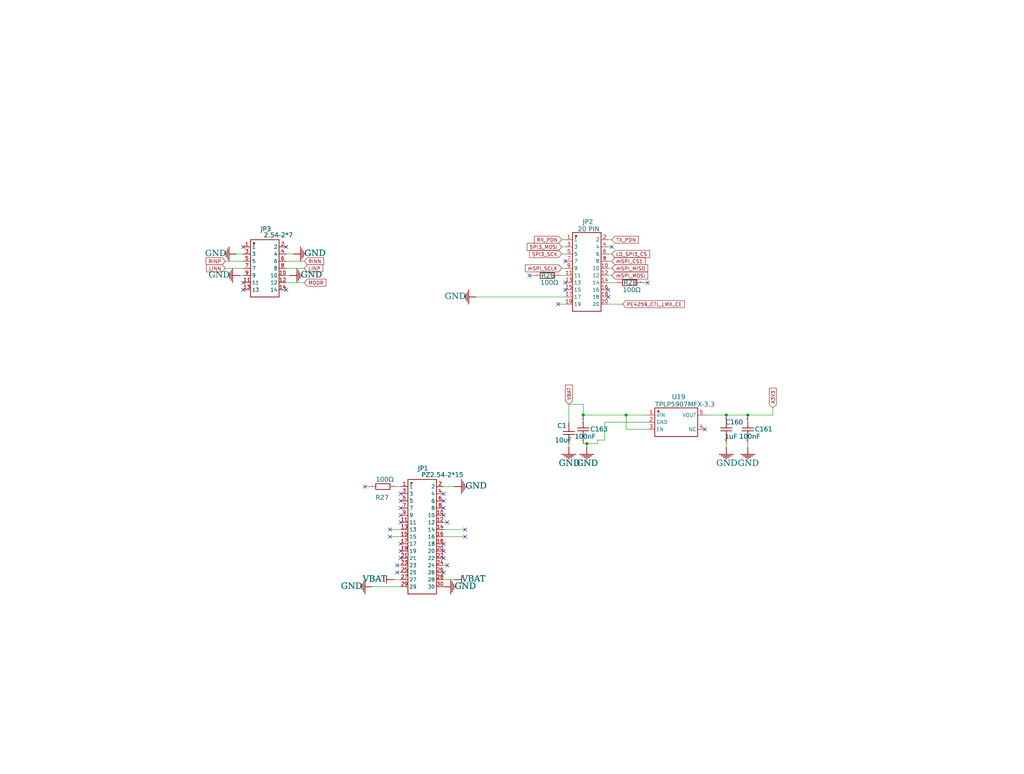
<source format=kicad_sch>
(kicad_sch (version 20231120) (generator "eeschema") (generator_version "8.0")
  (paper "User" 363.474 274.701)
  (lib_symbols
    (symbol "0402WGF1000TCE"
      (property "Reference" "R27" (at -2.159 0.8509 0))
      (property "Value" "100Ω" (at -2.8448 3.4163 0))
      (symbol "0402WGF1000TCE_0_0"
        (rectangle (start -2.54 1.016) (end 2.54 -1.016) (stroke (width 0.254)))
        (pin input line (at -5.08 0 0) (length 2.54) (name "1") (number "1"))
        (pin input line (at 5.08 0 180) (length 2.54) (name "2") (number "2"))
      )
    )
    (symbol "0402WGF1000TCE_1"
      (property "Reference" "R26" (at -2.159 0.8509 0))
      (property "Value" "100Ω" (at -2.8448 -1.6383 0))
      (symbol "0402WGF1000TCE_1_0_0"
        (rectangle (start -2.54 1.016) (end 2.54 -1.016) (stroke (width 0.254)))
        (pin input line (at -5.08 0 0) (length 2.54) (name "1") (number "1"))
        (pin input line (at 5.08 0 180) (length 2.54) (name "2") (number "2"))
      )
    )
    (symbol "0402WGF1000TCE_2"
      (property "Reference" "R28" (at -2.159 0.8509 0))
      (property "Value" "100Ω" (at -2.8448 -1.6891 0))
      (symbol "0402WGF1000TCE_2_0_0"
        (rectangle (start -2.54 1.016) (end 2.54 -1.016) (stroke (width 0.254)))
        (pin input line (at -5.08 0 0) (length 2.54) (name "1") (number "1"))
        (pin input line (at 5.08 0 180) (length 2.54) (name "2") (number "2"))
      )
    )
    (symbol "2.54-2*10"
      (property "Reference" "JP2" (at -1.4224 18.6055 0))
      (property "Value" "20 PIN" (at -3.8608 16.0909 0))
      (symbol "2.54-2*10_0_0"
        (rectangle (start -5.08 13.97) (end 5.08 -13.97) (stroke (width 0.254)))
        (circle (center -3.81 12.7) (radius 0.254) (stroke (width 0.254)) (fill (type outline)))
        (pin unspecified line (at -7.62 11.43 0) (length 2.54) (name "1") (number "1"))
        (pin unspecified line (at 7.62 1.27 180) (length 2.54) (name "10") (number "10"))
        (pin unspecified line (at -7.62 -1.27 0) (length 2.54) (name "11") (number "11"))
        (pin unspecified line (at 7.62 -1.27 180) (length 2.54) (name "12") (number "12"))
        (pin unspecified line (at -7.62 -3.81 0) (length 2.54) (name "13") (number "13"))
        (pin unspecified line (at 7.62 -3.81 180) (length 2.54) (name "14") (number "14"))
        (pin unspecified line (at -7.62 -6.35 0) (length 2.54) (name "15") (number "15"))
        (pin unspecified line (at 7.62 -6.35 180) (length 2.54) (name "16") (number "16"))
        (pin unspecified line (at -7.62 -8.89 0) (length 2.54) (name "17") (number "17"))
        (pin unspecified line (at 7.62 -8.89 180) (length 2.54) (name "18") (number "18"))
        (pin unspecified line (at -7.62 -11.43 0) (length 2.54) (name "19") (number "19"))
        (pin unspecified line (at 7.62 11.43 180) (length 2.54) (name "2") (number "2"))
        (pin unspecified line (at 7.62 -11.43 180) (length 2.54) (name "20") (number "20"))
        (pin unspecified line (at -7.62 8.89 0) (length 2.54) (name "3") (number "3"))
        (pin unspecified line (at 7.62 8.89 180) (length 2.54) (name "4") (number "4"))
        (pin unspecified line (at -7.62 6.35 0) (length 2.54) (name "5") (number "5"))
        (pin unspecified line (at 7.62 6.35 180) (length 2.54) (name "6") (number "6"))
        (pin unspecified line (at -7.62 3.81 0) (length 2.54) (name "7") (number "7"))
        (pin unspecified line (at 7.62 3.81 180) (length 2.54) (name "8") (number "8"))
        (pin unspecified line (at -7.62 1.27 0) (length 2.54) (name "9") (number "9"))
      )
    )
    (symbol "2.54-2*7"
      (property "Reference" "JP3" (at -1.4224 14.7955 0))
      (property "Value" "2.54-2*7" (at -1.4224 12.6873 0))
      (symbol "2.54-2*7_0_0"
        (rectangle (start -5.08 10.16) (end 5.08 -10.16) (stroke (width 0.254)))
        (circle (center -3.81 8.89) (radius 0.254) (stroke (width 0.254)) (fill (type outline)))
        (pin unspecified line (at -7.62 7.62 0) (length 2.54) (name "1") (number "1"))
        (pin unspecified line (at 7.62 -2.54 180) (length 2.54) (name "10") (number "10"))
        (pin unspecified line (at -7.62 -5.08 0) (length 2.54) (name "11") (number "11"))
        (pin unspecified line (at 7.62 -5.08 180) (length 2.54) (name "12") (number "12"))
        (pin unspecified line (at -7.62 -7.62 0) (length 2.54) (name "13") (number "13"))
        (pin unspecified line (at 7.62 -7.62 180) (length 2.54) (name "14") (number "14"))
        (pin unspecified line (at 7.62 7.62 180) (length 2.54) (name "2") (number "2"))
        (pin unspecified line (at -7.62 5.08 0) (length 2.54) (name "3") (number "3"))
        (pin unspecified line (at 7.62 5.08 180) (length 2.54) (name "4") (number "4"))
        (pin unspecified line (at -7.62 2.54 0) (length 2.54) (name "5") (number "5"))
        (pin unspecified line (at 7.62 2.54 180) (length 2.54) (name "6") (number "6"))
        (pin unspecified line (at -7.62 0 0) (length 2.54) (name "7") (number "7"))
        (pin unspecified line (at 7.62 0 180) (length 2.54) (name "8") (number "8"))
        (pin unspecified line (at -7.62 -2.54 0) (length 2.54) (name "9") (number "9"))
      )
    )
    (symbol "CL05A105KA5NQNC"
      (property "Reference" "C160" (at -0.2794 3.3655 0))
      (property "Value" "1uF" (at -0.762 -1.6891 0))
      (symbol "CL05A105KA5NQNC_0_0"
        (polyline (pts (xy -2.032 0.508) (xy 2.032 0.508)) (stroke (width 0.254)))
        (polyline (pts (xy 0 -2.54) (xy 0 -0.508)) (stroke (width 0.254)))
        (polyline (pts (xy 0 0.508) (xy 0 2.54)) (stroke (width 0.254)))
        (polyline (pts (xy 2.032 -0.508) (xy -2.032 -0.508)) (stroke (width 0.254)))
        (pin unspecified line (at 0 5.08 270) (length 2.54) (name "1") (number "1"))
        (pin unspecified line (at 0 -5.08 90) (length 2.54) (name "2") (number "2"))
      )
    )
    (symbol "CL05A106MQ5NUNC"
      (property "Reference" "C1" (at -4.0386 3.3655 0))
      (property "Value" "10uF" (at -5.2324 -1.6891 0))
      (symbol "CL05A106MQ5NUNC_0_0"
        (polyline (pts (xy 0 -0.508) (xy 0 -1.27)) (stroke (width 0.254)))
        (polyline (pts (xy 0 1.27) (xy 0 0.508)) (stroke (width 0.254)))
        (polyline (pts (xy 2.032 -0.508) (xy -2.032 -0.508)) (stroke (width 0.254)))
        (polyline (pts (xy 2.032 0.508) (xy -2.032 0.508)) (stroke (width 0.254)))
        (pin input line (at 0 3.81 270) (length 2.54) (name "1") (number "1"))
        (pin input line (at 0 -3.81 90) (length 2.54) (name "2") (number "2"))
      )
    )
    (symbol "CL05B104KB54PNC"
      (property "Value" "100nF" (at -3.3528 -1.6637 0))
      (symbol "CL05B104KB54PNC_0_0"
        (polyline (pts (xy -2.032 -0.508) (xy 2.032 -0.508)) (stroke (width 0.254)))
        (polyline (pts (xy 0 -0.508) (xy 0 -2.54)) (stroke (width 0.254)))
        (polyline (pts (xy 0 2.54) (xy 0 0.508)) (stroke (width 0.254)))
        (polyline (pts (xy 2.032 0.508) (xy -2.032 0.508)) (stroke (width 0.254)))
        (pin unspecified line (at 0 -5.08 90) (length 2.54) (name "1") (number "1"))
        (pin unspecified line (at 0 5.08 270) (length 2.54) (name "2") (number "2"))
      )
    )
    (symbol "CL05B104KB54PNC_1"
      (property "Value" "100nF" (at -3.3528 -1.6637 0))
      (symbol "CL05B104KB54PNC_1_0_0"
        (polyline (pts (xy -2.032 -0.508) (xy 2.032 -0.508)) (stroke (width 0.254)))
        (polyline (pts (xy 0 -0.508) (xy 0 -2.54)) (stroke (width 0.254)))
        (polyline (pts (xy 0 2.54) (xy 0 0.508)) (stroke (width 0.254)))
        (polyline (pts (xy 2.032 0.508) (xy -2.032 0.508)) (stroke (width 0.254)))
        (pin unspecified line (at 0 -5.08 90) (length 2.54) (name "1") (number "1"))
        (pin unspecified line (at 0 5.08 270) (length 2.54) (name "2") (number "2"))
      )
    )
    (symbol "GND" (power) (pin_numbers hide) (pin_names hide)
      (property "Value" "GND" (at 0 6.35 0))
      (symbol "GND_0_0"
        (polyline (pts (xy -2.54 -2.54) (xy 2.54 -2.54)) (stroke (width 0.254)))
        (polyline (pts (xy -1.778 -3.048) (xy 1.778 -3.048)) (stroke (width 0.254)))
        (polyline (pts (xy -1.016 -3.556) (xy 1.016 -3.556)) (stroke (width 0.254)))
        (polyline (pts (xy -0.254 -4.064) (xy 0.254 -4.064)) (stroke (width 0.254)))
        (polyline (pts (xy 0 0) (xy 0 -2.54)) (stroke (width 0.254)))
        (pin power_in line (at 0 0 270) (length 0) (name "GND") (number "1"))
      )
    )
    (symbol "PZ2.54-2*15"
      (property "Reference" "JP1" (at -1.4986 25.0825 0))
      (property "Value" "PZ2.54-2*15" (at -1.4986 22.8219 0))
      (symbol "PZ2.54-2*15_0_0"
        (rectangle (start -5.08 20.32) (end 5.08 -20.32) (stroke (width 0.254)))
        (circle (center -3.81 19.05) (radius 0.254) (stroke (width 0.254)) (fill (type outline)))
        (pin unspecified line (at -7.62 17.78 0) (length 2.54) (name "1") (number "1"))
        (pin unspecified line (at 7.62 7.62 180) (length 2.54) (name "10") (number "10"))
        (pin unspecified line (at -7.62 5.08 0) (length 2.54) (name "11") (number "11"))
        (pin unspecified line (at 7.62 5.08 180) (length 2.54) (name "12") (number "12"))
        (pin unspecified line (at -7.62 2.54 0) (length 2.54) (name "13") (number "13"))
        (pin unspecified line (at 7.62 2.54 180) (length 2.54) (name "14") (number "14"))
        (pin unspecified line (at -7.62 0 0) (length 2.54) (name "15") (number "15"))
        (pin unspecified line (at 7.62 0 180) (length 2.54) (name "16") (number "16"))
        (pin unspecified line (at -7.62 -2.54 0) (length 2.54) (name "17") (number "17"))
        (pin unspecified line (at 7.62 -2.54 180) (length 2.54) (name "18") (number "18"))
        (pin unspecified line (at -7.62 -5.08 0) (length 2.54) (name "19") (number "19"))
        (pin unspecified line (at 7.62 17.78 180) (length 2.54) (name "2") (number "2"))
        (pin unspecified line (at 7.62 -5.08 180) (length 2.54) (name "20") (number "20"))
        (pin unspecified line (at -7.62 -7.62 0) (length 2.54) (name "21") (number "21"))
        (pin unspecified line (at 7.62 -7.62 180) (length 2.54) (name "22") (number "22"))
        (pin unspecified line (at -7.62 -10.16 0) (length 2.54) (name "23") (number "23"))
        (pin unspecified line (at 7.62 -10.16 180) (length 2.54) (name "24") (number "24"))
        (pin unspecified line (at -7.62 -12.7 0) (length 2.54) (name "25") (number "25"))
        (pin unspecified line (at 7.62 -12.7 180) (length 2.54) (name "26") (number "26"))
        (pin unspecified line (at -7.62 -15.24 0) (length 2.54) (name "27") (number "27"))
        (pin unspecified line (at 7.62 -15.24 180) (length 2.54) (name "28") (number "28"))
        (pin unspecified line (at -7.62 -17.78 0) (length 2.54) (name "29") (number "29"))
        (pin unspecified line (at -7.62 15.24 0) (length 2.54) (name "3") (number "3"))
        (pin unspecified line (at 7.62 -17.78 180) (length 2.54) (name "30") (number "30"))
        (pin unspecified line (at 7.62 15.24 180) (length 2.54) (name "4") (number "4"))
        (pin unspecified line (at -7.62 12.7 0) (length 2.54) (name "5") (number "5"))
        (pin unspecified line (at 7.62 12.7 180) (length 2.54) (name "6") (number "6"))
        (pin unspecified line (at -7.62 10.16 0) (length 2.54) (name "7") (number "7"))
        (pin unspecified line (at 7.62 10.16 180) (length 2.54) (name "8") (number "8"))
        (pin unspecified line (at -7.62 7.62 0) (length 2.54) (name "9") (number "9"))
      )
    )
    (symbol "TPLP5907MFX-3.3"
      (property "Reference" "U19" (at -1.4986 9.8171 0))
      (property "Value" "TPLP5907MFX-3.3" (at -8.8646 7.2009 0))
      (symbol "TPLP5907MFX-3.3_0_0"
        (rectangle (start -7.62 5.08) (end 7.62 -5.08) (stroke (width 0.254)))
        (circle (center -6.35 3.81) (radius 0.254) (stroke (width 0.254)) (fill (type outline)))
        (pin unspecified line (at -10.16 2.54 0) (length 2.54) (name "VIN") (number "1"))
        (pin unspecified line (at -10.16 0 0) (length 2.54) (name "GND") (number "2"))
        (pin unspecified line (at -10.16 -2.54 0) (length 2.54) (name "EN") (number "3"))
        (pin unspecified line (at 10.16 -2.54 180) (length 2.54) (name "NC") (number "4"))
        (pin unspecified line (at 10.16 2.54 180) (length 2.54) (name "VOUT") (number "5"))
      )
    )
    (symbol "VBAT" (power) (pin_numbers hide) (pin_names hide)
      (property "Value" "VBAT" (at 0 3.81 0))
      (symbol "VBAT_0_0"
        (polyline (pts (xy -1.27 -2.54) (xy 1.27 -2.54)) (stroke (width 0.254)))
        (polyline (pts (xy 0 0) (xy 0 -2.54)) (stroke (width 0.254)))
        (pin power_in line (at 0 0 270) (length 0) (name "VBAT") (number "1"))
      )
    )
  )
  (junction (at 222.25 147.32))
  (junction (at 208.28 157.48))
  (junction (at 265.43 147.32))
  (junction (at 257.81 147.32))
  (junction (at 207.01 147.32))
  (no_connect (at 157.48 182.88))
  (no_connect (at 129.54 172.72))
  (no_connect (at 157.48 198.12))
  (no_connect (at 158.75 200.66))
  (no_connect (at 138.43 187.96))
  (no_connect (at 198.12 107.95))
  (no_connect (at 86.36 87.63))
  (no_connect (at 157.48 203.2))
  (no_connect (at 142.24 180.34))
  (no_connect (at 142.24 182.88))
  (no_connect (at 165.1 187.96))
  (no_connect (at 142.24 198.12))
  (no_connect (at 250.19 152.4))
  (no_connect (at 217.17 87.63))
  (no_connect (at 86.36 100.33))
  (no_connect (at 215.9 105.41))
  (no_connect (at 140.97 200.66))
  (no_connect (at 157.48 177.8))
  (no_connect (at 187.96 97.79))
  (no_connect (at 101.6 87.63))
  (no_connect (at 142.24 195.58))
  (no_connect (at 200.66 102.87))
  (no_connect (at 86.36 102.87))
  (no_connect (at 229.87 100.33))
  (no_connect (at 215.9 102.87))
  (no_connect (at 142.24 185.42))
  (no_connect (at 157.48 195.58))
  (no_connect (at 157.48 175.26))
  (no_connect (at 158.75 185.42))
  (no_connect (at 157.48 180.34))
  (no_connect (at 142.24 193.04))
  (no_connect (at 142.24 175.26))
  (no_connect (at 140.97 203.2))
  (no_connect (at 157.48 193.04))
  (no_connect (at 200.66 100.33))
  (no_connect (at 101.6 102.87))
  (no_connect (at 138.43 190.5))
  (no_connect (at 165.1 190.5))
  (no_connect (at 142.24 177.8))
  (no_connect (at 200.66 92.71))
  (wire (pts (xy 138.43 187.96) (xy 142.24 187.96)))
  (wire (pts (xy 104.14 90.17) (xy 101.6 90.17)))
  (wire (pts (xy 217.17 92.71) (xy 215.9 92.71)))
  (wire (pts (xy 218.44 100.33) (xy 215.9 100.33)))
  (wire (pts (xy 257.81 147.32) (xy 265.43 147.32)))
  (wire (pts (xy 132.08 208.28) (xy 142.24 208.28)))
  (wire (pts (xy 199.39 95.25) (xy 200.66 95.25)))
  (wire (pts (xy 140.97 203.2) (xy 142.24 203.2)))
  (wire (pts (xy 250.19 147.32) (xy 257.81 147.32)))
  (wire (pts (xy 161.29 172.72) (xy 157.48 172.72)))
  (wire (pts (xy 102.87 97.79) (xy 101.6 97.79)))
  (wire (pts (xy 107.95 95.25) (xy 101.6 95.25)))
  (wire (pts (xy 207.01 147.32) (xy 207.01 143.51)))
  (wire (pts (xy 217.17 90.17) (xy 215.9 90.17)))
  (wire (pts (xy 187.96 97.79) (xy 189.23 97.79)))
  (wire (pts (xy 139.7 205.74) (xy 142.24 205.74)))
  (wire (pts (xy 214.63 156.21) (xy 214.63 149.86)))
  (wire (pts (xy 161.29 205.74) (xy 157.48 205.74)))
  (wire (pts (xy 208.28 157.48) (xy 207.01 157.48)))
  (wire (pts (xy 80.01 92.71) (xy 86.36 92.71)))
  (wire (pts (xy 229.87 147.32) (xy 222.25 147.32)))
  (wire (pts (xy 83.82 90.17) (xy 86.36 90.17)))
  (wire (pts (xy 201.93 143.51) (xy 201.93 149.86)))
  (wire (pts (xy 257.81 158.75) (xy 257.81 157.48)))
  (wire (pts (xy 165.1 190.5) (xy 157.48 190.5)))
  (wire (pts (xy 207.01 147.32) (xy 222.25 147.32)))
  (wire (pts (xy 265.43 158.75) (xy 265.43 157.48)))
  (wire (pts (xy 107.95 100.33) (xy 101.6 100.33)))
  (wire (pts (xy 129.54 172.72) (xy 130.81 172.72)))
  (wire (pts (xy 217.17 95.25) (xy 215.9 95.25)))
  (wire (pts (xy 198.12 107.95) (xy 200.66 107.95)))
  (wire (pts (xy 107.95 92.71) (xy 101.6 92.71)))
  (wire (pts (xy 217.17 87.63) (xy 215.9 87.63)))
  (wire (pts (xy 265.43 147.32) (xy 274.32 147.32)))
  (wire (pts (xy 140.97 172.72) (xy 142.24 172.72)))
  (wire (pts (xy 229.87 100.33) (xy 228.6 100.33)))
  (wire (pts (xy 158.75 200.66) (xy 157.48 200.66)))
  (wire (pts (xy 80.01 95.25) (xy 86.36 95.25)))
  (wire (pts (xy 217.17 97.79) (xy 215.9 97.79)))
  (wire (pts (xy 199.39 87.63) (xy 200.66 87.63)))
  (wire (pts (xy 214.63 149.86) (xy 229.87 149.86)))
  (wire (pts (xy 222.25 147.32) (xy 222.25 152.4)))
  (wire (pts (xy 199.39 90.17) (xy 200.66 90.17)))
  (wire (pts (xy 158.75 185.42) (xy 157.48 185.42)))
  (wire (pts (xy 212.09 156.21) (xy 214.63 156.21)))
  (wire (pts (xy 274.32 147.32) (xy 274.32 144.78)))
  (wire (pts (xy 168.91 105.41) (xy 200.66 105.41)))
  (wire (pts (xy 217.17 85.09) (xy 215.9 85.09)))
  (wire (pts (xy 199.39 97.79) (xy 200.66 97.79)))
  (wire (pts (xy 201.93 158.75) (xy 201.93 157.48)))
  (wire (pts (xy 208.28 158.75) (xy 208.28 157.48)))
  (wire (pts (xy 140.97 200.66) (xy 142.24 200.66)))
  (wire (pts (xy 220.98 107.95) (xy 215.9 107.95)))
  (wire (pts (xy 207.01 143.51) (xy 201.93 143.51)))
  (wire (pts (xy 212.09 157.48) (xy 212.09 156.21)))
  (wire (pts (xy 138.43 190.5) (xy 142.24 190.5)))
  (wire (pts (xy 85.09 97.79) (xy 86.36 97.79)))
  (wire (pts (xy 165.1 187.96) (xy 157.48 187.96)))
  (wire (pts (xy 222.25 152.4) (xy 229.87 152.4)))
  (wire (pts (xy 199.39 85.09) (xy 200.66 85.09)))
  (wire (pts (xy 208.28 157.48) (xy 212.09 157.48)))
  (global_label "RINP" (shape input) (at 80.01 92.71 180) (property "Intersheetrefs" "${INTERSHEET_REFS}" (effects (hide yes))))
  (global_label "TX_PDN" (shape input) (at 217.17 85.09 0) (property "Intersheetrefs" "${INTERSHEET_REFS}" (effects (hide yes))))
  (global_label "RINN" (shape input) (at 107.95 92.71 0) (property "Intersheetrefs" "${INTERSHEET_REFS}" (effects (hide yes))))
  (global_label "LINN" (shape input) (at 80.01 95.25 180) (property "Intersheetrefs" "${INTERSHEET_REFS}" (effects (hide yes))))
  (global_label "LINP" (shape input) (at 107.95 95.25 0) (property "Intersheetrefs" "${INTERSHEET_REFS}" (effects (hide yes))))
  (global_label "PE4259_CTL_LMX_CE" (shape input) (at 220.98 107.95 0) (property "Intersheetrefs" "${INTERSHEET_REFS}" (effects (hide yes))))
  (global_label "MODR" (shape input) (at 107.95 100.33 0) (property "Intersheetrefs" "${INTERSHEET_REFS}" (effects (hide yes))))
  (global_label "mSPI_MOSI" (shape input) (at 217.17 97.79 0) (property "Intersheetrefs" "${INTERSHEET_REFS}" (effects (hide yes))))
  (global_label "LD_SPI3_CS" (shape input) (at 217.17 90.17 0) (property "Intersheetrefs" "${INTERSHEET_REFS}" (effects (hide yes))))
  (global_label "VBAT" (shape input) (at 201.93 143.51 90) (property "Intersheetrefs" "${INTERSHEET_REFS}" (effects (hide yes))))
  (global_label "SPI3_SCK" (shape input) (at 199.39 90.17 180) (property "Intersheetrefs" "${INTERSHEET_REFS}" (effects (hide yes))))
  (global_label "A3V3" (shape input) (at 274.32 144.78 90) (property "Intersheetrefs" "${INTERSHEET_REFS}" (effects (hide yes))))
  (global_label "mSPI_SCLK" (shape input) (at 199.39 95.25 180) (property "Intersheetrefs" "${INTERSHEET_REFS}" (effects (hide yes))))
  (global_label "mSPI_MISO" (shape input) (at 217.17 95.25 0) (property "Intersheetrefs" "${INTERSHEET_REFS}" (effects (hide yes))))
  (global_label "mSPI_CS1" (shape input) (at 217.17 92.71 0) (property "Intersheetrefs" "${INTERSHEET_REFS}" (effects (hide yes))))
  (global_label "RX_PDN" (shape input) (at 199.39 85.09 180) (property "Intersheetrefs" "${INTERSHEET_REFS}" (effects (hide yes))))
  (global_label "SPI3_MOSI" (shape input) (at 199.39 87.63 180) (property "Intersheetrefs" "${INTERSHEET_REFS}" (effects (hide yes))))
  (symbol (lib_id "CL05A105KA5NQNC") (at 257.81 152.4 0) (unit 1)
    (property "Reference" "C160" (at 257.5306 149.0345 0) (effects (font (size 1.6891 1.6891)) (justify left top)))
    (property "Value" "1uF" (at 257.048 154.0891 0) (effects (font (size 1.6891 1.6891)) (justify left top)))
    (property "Footprint" "easyeda2kicad_foorprint:C0402" (effects (hide yes)))
    (property "Manufacturer" "SAMSUNG(三星)" (effects (hide yes)))
    (property "Supplier Part" "C52923" (effects (hide yes)))
    (property "Supplier" "LCSC" (effects (hide yes)))
  )
  (symbol (lib_id "GND") (at 161.29 172.72 90) (unit 0)
    (property "Reference" "#PWR0130" (effects (hide yes)))
    (property "Value" "GND" (at 165.481 173.736 -90) (effects (font (size 2.1717 2.1717)) (justify left bottom)))
    (property "Description" "Power symbol creates a global label with name 'GND'" (effects (hide yes)))
    (instances (project "" (path "" (reference "#PWR0130") (unit 0))) (project "sicomm_slaveboard_BK4819_v2" (path "" (reference "#PWR0123") (unit 1))))
  )
  (symbol (lib_id "PZ2.54-2*15") (at 149.86 190.5 0) (unit 1)
    (property "Reference" "JP1" (at 148.3614 165.4175 0) (effects (font (size 1.6891 1.6891)) (justify left top)))
    (property "Value" "PZ2.54-2*15" (at 148.3614 167.6781 0) (effects (font (size 1.6891 1.6891)) (justify left top)))
    (property "Footprint" "easyeda2kicad_foorprint:HDR-TH_30P-P2.54-V-M-R2-C15-S2.54-2" (effects (hide yes)))
    (property "Manufacturer Part" "PZ2.54-2*15" (effects (hide yes)))
    (property "Manufacturer" "ZHOURI(洲日)" (effects (hide yes)))
    (property "Supplier Part" "C5224013" (effects (hide yes)))
    (property "Supplier" "LCSC" (effects (hide yes)))
  )
  (symbol (lib_id "TPLP5907MFX-3.3") (at 240.03 149.86 0) (unit 1)
    (property "Reference" "U19" (at 238.5314 140.0429 0) (effects (font (size 1.6891 1.6891)) (justify left top)))
    (property "Value" "TPLP5907MFX-3.3" (at 231.1654 142.6591 0) (effects (font (size 1.6891 1.6891)) (justify left top)))
    (property "Footprint" "easyeda2kicad_foorprint:SOT-23-5_L2.9-W1.6-P0.95-LS2.8-BR" (effects (hide yes)))
    (property "Manufacturer" "TECH PUBLIC(台舟)" (effects (hide yes)))
    (property "Supplier Part" "C5370990" (effects (hide yes)))
    (property "Supplier" "LCSC" (effects (hide yes)))
  )
  (symbol (lib_id "VBAT") (at 161.29 205.74 90) (mirror x) (unit 0)
    (property "Reference" "#PWR0128" (effects (hide yes)))
    (property "Value" "VBAT" (at 164.1348 206.756 -270) (effects (font (size 2.1717 2.1717)) (justify right bottom)))
    (property "Description" "Power symbol creates a global label with name 'VBAT'" (effects (hide yes)))
    (instances (project "" (path "" (reference "#PWR0128") (unit 0))) (project "sicomm_slaveboard_BK4819_v2" (path "" (reference "#PWR0124") (unit 1))))
  )
  (symbol (lib_id "GND") (at 132.08 208.28 270) (unit 0)
    (property "Reference" "#PWR0133" (effects (hide yes)))
    (property "Value" "GND" (at 121.285 209.3214 -270) (effects (font (size 2.1717 2.1717)) (justify left bottom)))
    (property "Description" "Power symbol creates a global label with name 'GND'" (effects (hide yes)))
    (instances (project "" (path "" (reference "#PWR0133") (unit 0))) (project "sicomm_slaveboard_BK4819_v2" (path "" (reference "#PWR0125") (unit 1))))
  )
  (symbol (lib_id "0402WGF1000TCE_2") (at 223.52 100.33 0) (unit 1)
    (property "Reference" "R28" (at 221.361 99.4791 0) (effects (font (size 1.6891 1.6891)) (justify left top)))
    (property "Value" "100Ω" (at 220.6752 102.0191 0) (effects (font (size 1.6891 1.6891)) (justify left top)))
    (property "Footprint" "easyeda2kicad_foorprint:C0402" (effects (hide yes)))
    (property "Manufacturer Part" "0402WGF1000TCE" (effects (hide yes)))
    (property "Manufacturer" "UNI-ROYAL(厚声)" (effects (hide yes)))
    (property "Supplier Part" "C25076" (effects (hide yes)))
    (property "Supplier" "LCSC" (effects (hide yes)))
  )
  (symbol (lib_id "GND") (at 201.93 158.75 0) (unit 0)
    (property "Reference" "#PWR0129" (effects (hide yes)))
    (property "Value" "GND" (at 198.628 165.6842 0) (effects (font (size 2.1717 2.1717)) (justify left bottom)))
    (property "Description" "Power symbol creates a global label with name 'GND'" (effects (hide yes)))
    (instances (project "" (path "" (reference "#PWR0129") (unit 0))) (project "sicomm_slaveboard_BK4819_v2" (path "" (reference "#PWR0121") (unit 1))))
  )
  (symbol (lib_id "GND") (at 208.28 158.75 0) (unit 0)
    (property "Reference" "#PWR0121" (effects (hide yes)))
    (property "Value" "GND" (at 204.978 165.6842 0) (effects (font (size 2.1717 2.1717)) (justify left bottom)))
    (property "Description" "Power symbol creates a global label with name 'GND'" (effects (hide yes)))
    (instances (project "" (path "" (reference "#PWR0121") (unit 0))) (project "sicomm_slaveboard_BK4819_v2" (path "" (reference "#PWR0134") (unit 1))))
  )
  (symbol (lib_id "2.54-2*7") (at 93.98 95.25 0) (unit 1)
    (property "Reference" "JP3" (at 92.5576 80.4545 0) (effects (font (size 1.6891 1.6891)) (justify left top)))
    (property "Value" "2.54-2*7" (at 92.5576 82.5627 0) (effects (font (size 1.6891 1.6891)) (justify left top)))
    (property "Footprint" "easyeda2kicad_foorprint:HDR-TH_14P-P2.54-V-M-R2-C7-S2.54" (effects (hide yes)))
    (property "Manufacturer Part" "2.54-2*7" (effects (hide yes)))
    (property "Manufacturer" "ZHOURI(洲日)" (effects (hide yes)))
    (property "Supplier Part" "C5116484" (effects (hide yes)))
    (property "Supplier" "LCSC" (effects (hide yes)))
  )
  (symbol (lib_id "GND") (at 157.48 208.28 90) (unit 0)
    (property "Reference" "#PWR0132" (effects (hide yes)))
    (property "Value" "GND" (at 161.671 209.3214 -90) (effects (font (size 2.1717 2.1717)) (justify left bottom)))
    (property "Description" "Power symbol creates a global label with name 'GND'" (effects (hide yes)))
    (instances (project "" (path "" (reference "#PWR0132") (unit 0))) (project "sicomm_slaveboard_BK4819_v2" (path "" (reference "#PWR0122") (unit 1))))
  )
  (symbol (lib_id "CL05B104KB54PNC") (at 207.01 152.4 0) (unit 1)
    (property "Reference" "C163" (at 209.55 151.5237 0) (effects (font (size 1.6891 1.6891)) (justify left top)))
    (property "Value" "100nF" (at 203.6572 154.0637 0) (effects (font (size 1.6891 1.6891)) (justify left top)))
    (property "Footprint" "easyeda2kicad_foorprint:C0402" (effects (hide yes)))
    (property "Manufacturer" "SAMSUNG(三星)" (effects (hide yes)))
    (property "Supplier Part" "C307331" (effects (hide yes)))
    (property "Supplier" "LCSC" (effects (hide yes)))
  )
  (symbol (lib_id "2.54-2*10") (at 208.28 96.52 0) (unit 1)
    (property "Reference" "JP2" (at 206.8576 77.9145 0) (effects (font (size 1.6891 1.6891)) (justify left top)))
    (property "Value" "20 PIN" (at 204.4192 80.4291 0) (effects (font (size 1.6891 1.6891)) (justify left top)))
    (property "Footprint" "easyeda2kicad_foorprint:HDR-TH_20P-P2.54-V-M-R2-C10-S2.54" (effects (hide yes)))
    (property "Manufacturer Part" "2.54-2*10" (effects (hide yes)))
    (property "Manufacturer" "ZHOURI(洲日)" (effects (hide yes)))
    (property "Supplier Part" "C5116480" (effects (hide yes)))
    (property "Supplier" "LCSC" (effects (hide yes)))
  )
  (symbol (lib_id "CL05A106MQ5NUNC") (at 201.93 153.67 0) (unit 1)
    (property "Reference" "C1" (at 197.8914 150.3045 0) (effects (font (size 1.6891 1.6891)) (justify left top)))
    (property "Value" "10uF" (at 196.6976 155.3591 0) (effects (font (size 1.6891 1.6891)) (justify left top)))
    (property "Footprint" "easyeda2kicad_foorprint:C0402" (effects (hide yes)))
    (property "Manufacturer Part" "CL05A106MQ5NUNC" (effects (hide yes)))
    (property "Manufacturer" "SAMSUNG(三星)" (effects (hide yes)))
    (property "Supplier Part" "C15525" (effects (hide yes)))
    (property "Supplier" "LCSC" (effects (hide yes)))
  )
  (symbol (lib_id "GND") (at 168.91 105.41 270) (unit 0)
    (property "Reference" "#PWR0131" (effects (hide yes)))
    (property "Value" "GND" (at 158.115 106.4514 -270) (effects (font (size 2.1717 2.1717)) (justify left bottom)))
    (property "Description" "Power symbol creates a global label with name 'GND'" (effects (hide yes)))
    (instances (project "" (path "" (reference "#PWR0131") (unit 0))) (project "sicomm_slaveboard_BK4819_v2" (path "" (reference "#PWR0127") (unit 1))))
  )
  (symbol (lib_id "GND") (at 83.82 90.17 270) (unit 0)
    (property "Reference" "#PWR0125" (effects (hide yes)))
    (property "Value" "GND" (at 73.025 91.2114 -270) (effects (font (size 2.1717 2.1717)) (justify left bottom)))
    (property "Description" "Power symbol creates a global label with name 'GND'" (effects (hide yes)))
    (instances (project "" (path "" (reference "#PWR0125") (unit 0))) (project "sicomm_slaveboard_BK4819_v2" (path "" (reference "#PWR0128") (unit 1))))
  )
  (symbol (lib_id "GND") (at 104.14 90.17 90) (unit 0)
    (property "Reference" "#PWR0126" (effects (hide yes)))
    (property "Value" "GND" (at 108.331 91.186 -90) (effects (font (size 2.1717 2.1717)) (justify left bottom)))
    (property "Description" "Power symbol creates a global label with name 'GND'" (effects (hide yes)))
    (instances (project "" (path "" (reference "#PWR0126") (unit 0))) (project "sicomm_slaveboard_BK4819_v2" (path "" (reference "#PWR0130") (unit 1))))
  )
  (symbol (lib_id "GND") (at 265.43 158.75 0) (unit 0)
    (property "Reference" "#PWR0123" (effects (hide yes)))
    (property "Value" "GND" (at 262.128 165.6842 0) (effects (font (size 2.1717 2.1717)) (justify left bottom)))
    (property "Description" "Power symbol creates a global label with name 'GND'" (effects (hide yes)))
    (instances (project "" (path "" (reference "#PWR0123") (unit 0))) (project "sicomm_slaveboard_BK4819_v2" (path "" (reference "#PWR0132") (unit 1))))
  )
  (symbol (lib_id "CL05B104KB54PNC_1") (at 265.43 152.4 0) (unit 1)
    (property "Reference" "C161" (at 267.97 151.5237 0) (effects (font (size 1.6891 1.6891)) (justify left top)))
    (property "Value" "100nF" (at 262.0772 154.0637 0) (effects (font (size 1.6891 1.6891)) (justify left top)))
    (property "Footprint" "easyeda2kicad_foorprint:C0402" (effects (hide yes)))
    (property "Manufacturer" "SAMSUNG(三星)" (effects (hide yes)))
    (property "Supplier Part" "C307331" (effects (hide yes)))
    (property "Supplier" "LCSC" (effects (hide yes)))
  )
  (symbol (lib_id "GND") (at 257.81 158.75 0) (unit 0)
    (property "Reference" "#PWR0122" (effects (hide yes)))
    (property "Value" "GND" (at 254.508 165.6842 0) (effects (font (size 2.1717 2.1717)) (justify left bottom)))
    (property "Description" "Power symbol creates a global label with name 'GND'" (effects (hide yes)))
    (instances (project "" (path "" (reference "#PWR0122") (unit 0))) (project "sicomm_slaveboard_BK4819_v2" (path "" (reference "#PWR0133") (unit 1))))
  )
  (symbol (lib_id "GND") (at 102.87 97.79 90) (unit 0)
    (property "Reference" "#PWR0127" (effects (hide yes)))
    (property "Value" "GND" (at 107.061 98.806 -90) (effects (font (size 2.1717 2.1717)) (justify left bottom)))
    (property "Description" "Power symbol creates a global label with name 'GND'" (effects (hide yes)))
    (instances (project "" (path "" (reference "#PWR0127") (unit 0))) (project "sicomm_slaveboard_BK4819_v2" (path "" (reference "#PWR0131") (unit 1))))
  )
  (symbol (lib_id "GND") (at 85.09 97.79 270) (unit 0)
    (property "Reference" "#PWR0124" (effects (hide yes)))
    (property "Value" "GND" (at 74.295 98.8314 -270) (effects (font (size 2.1717 2.1717)) (justify left bottom)))
    (property "Description" "Power symbol creates a global label with name 'GND'" (effects (hide yes)))
    (instances (project "" (path "" (reference "#PWR0124") (unit 0))) (project "sicomm_slaveboard_BK4819_v2" (path "" (reference "#PWR0129") (unit 1))))
  )
  (symbol (lib_id "0402WGF1000TCE") (at 135.89 172.72 0) (unit 1)
    (property "Reference" "R27" (at 133.35 175.768 0) (effects (font (size 1.6891 1.6891)) (justify left top)))
    (property "Value" "100Ω" (at 133.0452 169.3037 0) (effects (font (size 1.6891 1.6891)) (justify left top)))
    (property "Footprint" "easyeda2kicad_foorprint:R0402" (effects (hide yes)))
    (property "Manufacturer Part" "0402WGF1000TCE" (effects (hide yes)))
    (property "Manufacturer" "UNI-ROYAL(厚声)" (effects (hide yes)))
    (property "Supplier Part" "C25076" (effects (hide yes)))
    (property "Supplier" "LCSC" (effects (hide yes)))
  )
  (symbol (lib_id "VBAT") (at 139.7 205.74 270) (mirror x) (unit 0)
    (property "Reference" "#PWR0134" (effects (hide yes)))
    (property "Value" "VBAT" (at 129.032 206.7814 -90) (effects (font (size 2.1717 2.1717)) (justify right bottom)))
    (property "Description" "Power symbol creates a global label with name 'VBAT'" (effects (hide yes)))
    (instances (project "" (path "" (reference "#PWR0134") (unit 0))) (project "sicomm_slaveboard_BK4819_v2" (path "" (reference "#PWR0126") (unit 1))))
  )
  (symbol (lib_id "0402WGF1000TCE_1") (at 194.31 97.79 0) (unit 1)
    (property "Reference" "R26" (at 192.151 96.9391 0) (effects (font (size 1.6891 1.6891)) (justify left top)))
    (property "Value" "100Ω" (at 191.4652 99.4283 0) (effects (font (size 1.6891 1.6891)) (justify left top)))
    (property "Footprint" "easyeda2kicad_foorprint:R0402" (effects (hide yes)))
    (property "Manufacturer Part" "0402WGF1000TCE" (effects (hide yes)))
    (property "Manufacturer" "UNI-ROYAL(厚声)" (effects (hide yes)))
    (property "Supplier Part" "C25076" (effects (hide yes)))
    (property "Supplier" "LCSC" (effects (hide yes)))
  )
)
</source>
